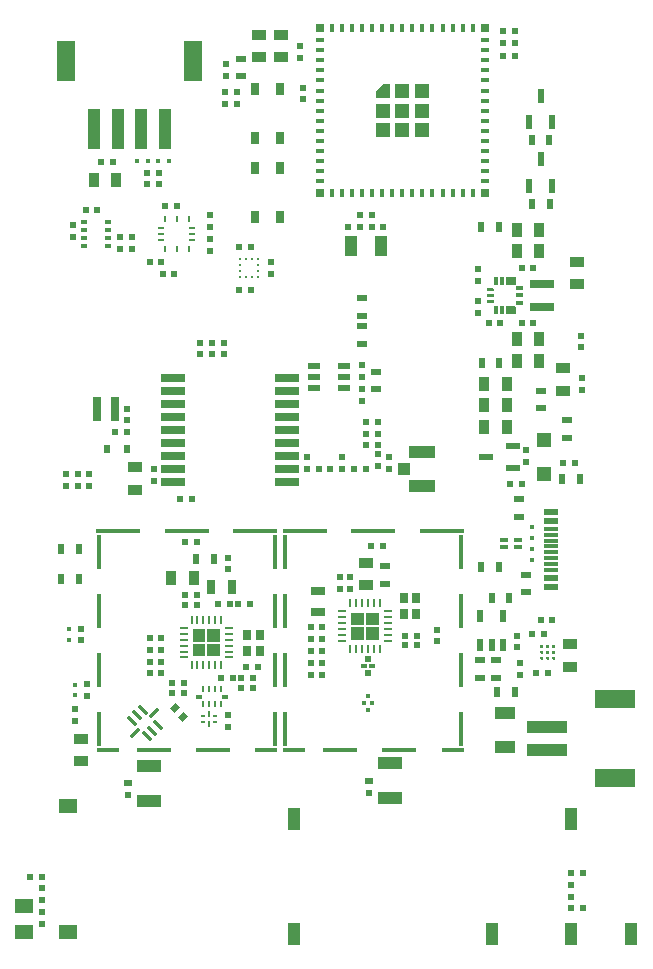
<source format=gtp>
G04*
G04 #@! TF.GenerationSoftware,Altium Limited,Altium Designer,23.4.1 (23)*
G04*
G04 Layer_Color=8421504*
%FSLAX44Y44*%
%MOMM*%
G71*
G04*
G04 #@! TF.SameCoordinates,B80EE6FD-DE0C-41A8-97C9-53CED130240B*
G04*
G04*
G04 #@! TF.FilePolarity,Positive*
G04*
G01*
G75*
%ADD21R,0.2500X0.5000*%
%ADD22R,0.5000X0.2500*%
%ADD23R,1.0000X1.8000*%
%ADD24R,1.0000X1.9500*%
%ADD25R,1.5000X1.2000*%
%ADD26R,1.1500X0.6000*%
%ADD27R,1.1500X0.3000*%
%ADD28R,0.6500X1.0500*%
%ADD29R,0.6000X0.5000*%
%ADD30R,1.0000X0.6000*%
%ADD31R,0.6000X1.0000*%
%ADD32R,0.4000X0.3000*%
%ADD33R,0.6000X0.8000*%
%ADD34R,1.2000X1.2000*%
%ADD35R,1.2000X1.2000*%
%ADD36R,2.0000X0.7000*%
%ADD37R,2.9000X0.4000*%
%ADD38R,0.4000X2.9000*%
%ADD39R,3.7000X0.4000*%
%ADD40R,1.9000X0.4000*%
%ADD41R,2.8718X0.4000*%
%ADD42R,1.8558X0.4000*%
%ADD43R,0.7000X2.0000*%
%ADD44R,1.3000X0.9000*%
%ADD45R,0.9000X0.5000*%
%ADD46O,0.8000X0.2500*%
%ADD47O,0.2500X0.8000*%
%ADD48R,0.2000X0.6000*%
%ADD49R,0.4000X0.2000*%
%ADD50R,0.7500X0.8500*%
G04:AMPARAMS|DCode=51|XSize=0.35mm|YSize=1mm|CornerRadius=0mm|HoleSize=0mm|Usage=FLASHONLY|Rotation=315.000|XOffset=0mm|YOffset=0mm|HoleType=Round|Shape=Rectangle|*
%AMROTATEDRECTD51*
4,1,4,-0.4773,-0.2298,0.2298,0.4773,0.4773,0.2298,-0.2298,-0.4773,-0.4773,-0.2298,0.0*
%
%ADD51ROTATEDRECTD51*%

G04:AMPARAMS|DCode=52|XSize=0.35mm|YSize=1mm|CornerRadius=0mm|HoleSize=0mm|Usage=FLASHONLY|Rotation=225.000|XOffset=0mm|YOffset=0mm|HoleType=Round|Shape=Rectangle|*
%AMROTATEDRECTD52*
4,1,4,-0.2298,0.4773,0.4773,-0.2298,0.2298,-0.4773,-0.4773,0.2298,-0.2298,0.4773,0.0*
%
%ADD52ROTATEDRECTD52*%

%ADD53R,0.5000X0.3500*%
%ADD54R,0.2750X0.2500*%
%ADD55R,0.2500X0.2750*%
%ADD56R,2.0000X0.8000*%
%ADD57R,0.8000X1.2000*%
%ADD58R,0.6000X0.9000*%
%ADD59R,0.4500X0.3000*%
%ADD60R,0.3000X0.4500*%
%ADD61R,0.5500X0.5500*%
%ADD62R,0.5000X0.3000*%
%ADD63R,1.5000X3.4000*%
%ADD64R,1.0000X3.5000*%
%ADD65R,3.4000X1.5000*%
%ADD66R,3.5000X1.0000*%
%ADD67R,0.6000X0.3000*%
%ADD68R,0.2500X0.5000*%
%ADD69R,1.8000X1.0000*%
%ADD70R,0.5000X0.5000*%
%ADD71R,0.8000X0.8000*%
%ADD72R,0.8000X0.4000*%
%ADD73R,0.4000X0.8000*%
%ADD74R,0.7000X0.3000*%
%ADD75R,1.0500X1.0000*%
%ADD76R,2.2000X1.0500*%
%ADD77R,0.7000X0.6000*%
%ADD78R,2.1336X1.0500*%
%ADD79R,0.9000X1.3000*%
%ADD80R,0.5000X0.6000*%
%ADD81R,0.3000X0.4000*%
%ADD82R,0.5000X0.9000*%
%ADD83R,0.9000X0.6000*%
%ADD84R,0.6000X1.1500*%
%ADD85R,1.2000X0.8000*%
G04:AMPARAMS|DCode=86|XSize=0.5mm|YSize=0.6mm|CornerRadius=0mm|HoleSize=0mm|Usage=FLASHONLY|Rotation=135.000|XOffset=0mm|YOffset=0mm|HoleType=Round|Shape=Rectangle|*
%AMROTATEDRECTD86*
4,1,4,0.3889,0.0354,-0.0354,-0.3889,-0.3889,-0.0354,0.0354,0.3889,0.3889,0.0354,0.0*
%
%ADD86ROTATEDRECTD86*%

G36*
X80500Y300000D02*
X68500D01*
X68500Y306000D01*
X74500Y312000D01*
X80500D01*
Y300000D01*
D02*
G37*
G36*
X187000Y142830D02*
X185990Y142250D01*
X179000D01*
Y148500D01*
X187000D01*
Y142830D01*
D02*
G37*
G36*
X177000Y142250D02*
X174000D01*
Y148500D01*
X177000D01*
Y142250D01*
D02*
G37*
G36*
X172000D02*
X169000D01*
Y148500D01*
X172000D01*
Y142250D01*
D02*
G37*
G36*
X193500Y137750D02*
X187250D01*
Y140670D01*
X188260Y141250D01*
X193500D01*
Y137750D01*
D02*
G37*
G36*
X168750Y138150D02*
Y136500D01*
X162500D01*
Y139500D01*
X167400D01*
X168750Y138150D01*
D02*
G37*
G36*
Y131500D02*
X162500D01*
Y134500D01*
X168750D01*
Y131500D01*
D02*
G37*
G36*
X193500Y131250D02*
X187250D01*
Y134750D01*
X193500D01*
Y131250D01*
D02*
G37*
G36*
X168750Y126500D02*
X162500D01*
Y129500D01*
X168750D01*
Y126500D01*
D02*
G37*
G36*
X193500Y124750D02*
X188260D01*
X187250Y125330D01*
Y128250D01*
X193500D01*
Y124750D01*
D02*
G37*
G36*
X187000Y123170D02*
Y117500D01*
X179000D01*
Y123750D01*
X185990D01*
X187000Y123170D01*
D02*
G37*
G36*
X177000Y117500D02*
X174000D01*
Y123750D01*
X177000D01*
Y117500D01*
D02*
G37*
G36*
X172000D02*
X169000D01*
Y123750D01*
X172000D01*
Y117500D01*
D02*
G37*
G36*
X70813Y-146251D02*
X60063D01*
Y-135501D01*
X70813D01*
X70813Y-146251D01*
D02*
G37*
G36*
X58563D02*
X47813D01*
X47813Y-135501D01*
X58563D01*
Y-146251D01*
D02*
G37*
G36*
X70813Y-158501D02*
X60063D01*
Y-147751D01*
X70813D01*
X70813Y-158501D01*
D02*
G37*
G36*
X58563D02*
X47813D01*
X47813Y-147751D01*
X58563D01*
Y-158501D01*
D02*
G37*
G36*
X-63500Y-160250D02*
X-74250D01*
Y-149500D01*
X-63500D01*
X-63500Y-160250D01*
D02*
G37*
G36*
X-75750D02*
X-86500D01*
X-86500Y-149500D01*
X-75750D01*
Y-160250D01*
D02*
G37*
G36*
X219776Y-162751D02*
X219802Y-162753D01*
X219828Y-162756D01*
X219854Y-162761D01*
X219879Y-162767D01*
X219904Y-162775D01*
X219929Y-162783D01*
X219953Y-162793D01*
X219977Y-162805D01*
X220000Y-162817D01*
X220022Y-162831D01*
X220044Y-162845D01*
X220065Y-162861D01*
X220084Y-162878D01*
X220103Y-162896D01*
X220122Y-162915D01*
X220138Y-162935D01*
X220154Y-162956D01*
X220169Y-162978D01*
X220183Y-163000D01*
X220196Y-163023D01*
X220207Y-163047D01*
X220217Y-163071D01*
X220226Y-163095D01*
X220233Y-163121D01*
X220239Y-163146D01*
X220244Y-163172D01*
X220247Y-163198D01*
X220249Y-163224D01*
X220250Y-163250D01*
Y-164750D01*
X220249Y-164776D01*
X220247Y-164802D01*
X220244Y-164828D01*
X220239Y-164854D01*
X220233Y-164879D01*
X220226Y-164904D01*
X220217Y-164929D01*
X220207Y-164953D01*
X220196Y-164977D01*
X220183Y-165000D01*
X220169Y-165022D01*
X220154Y-165044D01*
X220138Y-165065D01*
X220122Y-165085D01*
X220103Y-165104D01*
X220084Y-165122D01*
X220065Y-165139D01*
X220044Y-165154D01*
X220022Y-165169D01*
X220000Y-165183D01*
X219977Y-165196D01*
X219953Y-165207D01*
X219929Y-165217D01*
X219904Y-165226D01*
X219879Y-165233D01*
X219854Y-165239D01*
X219828Y-165244D01*
X219802Y-165247D01*
X219776Y-165249D01*
X219750Y-165250D01*
X218250D01*
X218224Y-165249D01*
X218198Y-165247D01*
X218172Y-165244D01*
X218146Y-165239D01*
X218121Y-165233D01*
X218095Y-165226D01*
X218071Y-165217D01*
X218047Y-165207D01*
X218023Y-165196D01*
X218000Y-165183D01*
X217978Y-165169D01*
X217956Y-165154D01*
X217935Y-165139D01*
X217915Y-165122D01*
X217896Y-165104D01*
X217878Y-165085D01*
X217861Y-165065D01*
X217845Y-165044D01*
X217831Y-165022D01*
X217817Y-165000D01*
X217805Y-164977D01*
X217793Y-164953D01*
X217783Y-164929D01*
X217774Y-164904D01*
X217767Y-164879D01*
X217761Y-164854D01*
X217756Y-164828D01*
X217753Y-164802D01*
X217751Y-164776D01*
X217750Y-164750D01*
Y-163250D01*
X217751Y-163224D01*
X217753Y-163198D01*
X217756Y-163172D01*
X217761Y-163146D01*
X217767Y-163121D01*
X217774Y-163095D01*
X217783Y-163071D01*
X217793Y-163047D01*
X217805Y-163023D01*
X217817Y-163000D01*
X217831Y-162978D01*
X217845Y-162956D01*
X217861Y-162935D01*
X217878Y-162915D01*
X217896Y-162896D01*
X217915Y-162878D01*
X217935Y-162861D01*
X217956Y-162845D01*
X217978Y-162831D01*
X218000Y-162817D01*
X218023Y-162805D01*
X218047Y-162793D01*
X218071Y-162783D01*
X218095Y-162775D01*
X218121Y-162767D01*
X218146Y-162761D01*
X218172Y-162756D01*
X218198Y-162753D01*
X218224Y-162751D01*
X218250Y-162750D01*
X219750D01*
X219776Y-162751D01*
D02*
G37*
G36*
X214776D02*
X214802Y-162753D01*
X214828Y-162756D01*
X214854Y-162761D01*
X214879Y-162767D01*
X214904Y-162775D01*
X214929Y-162783D01*
X214953Y-162793D01*
X214977Y-162805D01*
X215000Y-162817D01*
X215022Y-162831D01*
X215044Y-162845D01*
X215065Y-162861D01*
X215084Y-162878D01*
X215103Y-162896D01*
X215121Y-162915D01*
X215139Y-162935D01*
X215154Y-162956D01*
X215169Y-162978D01*
X215183Y-163000D01*
X215196Y-163023D01*
X215207Y-163047D01*
X215217Y-163071D01*
X215226Y-163095D01*
X215233Y-163121D01*
X215239Y-163146D01*
X215244Y-163172D01*
X215247Y-163198D01*
X215249Y-163224D01*
X215250Y-163250D01*
Y-164750D01*
X215249Y-164776D01*
X215247Y-164802D01*
X215244Y-164828D01*
X215239Y-164854D01*
X215233Y-164879D01*
X215226Y-164904D01*
X215217Y-164929D01*
X215207Y-164953D01*
X215196Y-164977D01*
X215183Y-165000D01*
X215169Y-165022D01*
X215154Y-165044D01*
X215139Y-165065D01*
X215121Y-165085D01*
X215103Y-165104D01*
X215084Y-165122D01*
X215065Y-165139D01*
X215044Y-165154D01*
X215022Y-165169D01*
X215000Y-165183D01*
X214977Y-165196D01*
X214953Y-165207D01*
X214929Y-165217D01*
X214904Y-165226D01*
X214879Y-165233D01*
X214854Y-165239D01*
X214828Y-165244D01*
X214802Y-165247D01*
X214776Y-165249D01*
X214750Y-165250D01*
X213250D01*
X213224Y-165249D01*
X213198Y-165247D01*
X213172Y-165244D01*
X213146Y-165239D01*
X213121Y-165233D01*
X213095Y-165226D01*
X213071Y-165217D01*
X213047Y-165207D01*
X213023Y-165196D01*
X213000Y-165183D01*
X212978Y-165169D01*
X212956Y-165154D01*
X212935Y-165139D01*
X212915Y-165122D01*
X212896Y-165104D01*
X212878Y-165085D01*
X212861Y-165065D01*
X212845Y-165044D01*
X212831Y-165022D01*
X212817Y-165000D01*
X212805Y-164977D01*
X212793Y-164953D01*
X212783Y-164929D01*
X212775Y-164904D01*
X212767Y-164879D01*
X212761Y-164854D01*
X212756Y-164828D01*
X212753Y-164802D01*
X212751Y-164776D01*
X212750Y-164750D01*
Y-163250D01*
X212751Y-163224D01*
X212753Y-163198D01*
X212756Y-163172D01*
X212761Y-163146D01*
X212767Y-163121D01*
X212775Y-163095D01*
X212783Y-163071D01*
X212793Y-163047D01*
X212805Y-163023D01*
X212817Y-163000D01*
X212831Y-162978D01*
X212845Y-162956D01*
X212861Y-162935D01*
X212878Y-162915D01*
X212896Y-162896D01*
X212915Y-162878D01*
X212935Y-162861D01*
X212956Y-162845D01*
X212978Y-162831D01*
X213000Y-162817D01*
X213023Y-162805D01*
X213047Y-162793D01*
X213071Y-162783D01*
X213095Y-162775D01*
X213121Y-162767D01*
X213146Y-162761D01*
X213172Y-162756D01*
X213198Y-162753D01*
X213224Y-162751D01*
X213250Y-162750D01*
X214750D01*
X214776Y-162751D01*
D02*
G37*
G36*
X209776D02*
X209802Y-162753D01*
X209828Y-162756D01*
X209854Y-162761D01*
X209879Y-162767D01*
X209904Y-162775D01*
X209929Y-162783D01*
X209953Y-162793D01*
X209977Y-162805D01*
X210000Y-162817D01*
X210022Y-162831D01*
X210044Y-162845D01*
X210065Y-162861D01*
X210084Y-162878D01*
X210103Y-162896D01*
X210122Y-162915D01*
X210138Y-162935D01*
X210154Y-162956D01*
X210169Y-162978D01*
X210183Y-163000D01*
X210196Y-163023D01*
X210207Y-163047D01*
X210217Y-163071D01*
X210226Y-163095D01*
X210233Y-163121D01*
X210239Y-163146D01*
X210244Y-163172D01*
X210247Y-163198D01*
X210249Y-163224D01*
X210250Y-163250D01*
Y-164750D01*
X210249Y-164776D01*
X210247Y-164802D01*
X210244Y-164828D01*
X210239Y-164854D01*
X210233Y-164879D01*
X210226Y-164904D01*
X210217Y-164929D01*
X210207Y-164953D01*
X210196Y-164977D01*
X210183Y-165000D01*
X210169Y-165022D01*
X210154Y-165044D01*
X210138Y-165065D01*
X210122Y-165085D01*
X210103Y-165104D01*
X210084Y-165122D01*
X210065Y-165139D01*
X210044Y-165154D01*
X210022Y-165169D01*
X210000Y-165183D01*
X209977Y-165196D01*
X209953Y-165207D01*
X209929Y-165217D01*
X209904Y-165226D01*
X209879Y-165233D01*
X209854Y-165239D01*
X209828Y-165244D01*
X209802Y-165247D01*
X209776Y-165249D01*
X209750Y-165250D01*
X208250D01*
X208224Y-165249D01*
X208198Y-165247D01*
X208172Y-165244D01*
X208146Y-165239D01*
X208121Y-165233D01*
X208095Y-165226D01*
X208071Y-165217D01*
X208047Y-165207D01*
X208023Y-165196D01*
X208000Y-165183D01*
X207978Y-165169D01*
X207956Y-165154D01*
X207935Y-165139D01*
X207915Y-165122D01*
X207896Y-165104D01*
X207878Y-165085D01*
X207861Y-165065D01*
X207845Y-165044D01*
X207831Y-165022D01*
X207817Y-165000D01*
X207805Y-164977D01*
X207793Y-164953D01*
X207783Y-164929D01*
X207774Y-164904D01*
X207767Y-164879D01*
X207761Y-164854D01*
X207756Y-164828D01*
X207753Y-164802D01*
X207751Y-164776D01*
X207750Y-164750D01*
Y-163250D01*
X207751Y-163224D01*
X207753Y-163198D01*
X207756Y-163172D01*
X207761Y-163146D01*
X207767Y-163121D01*
X207774Y-163095D01*
X207783Y-163071D01*
X207793Y-163047D01*
X207805Y-163023D01*
X207817Y-163000D01*
X207831Y-162978D01*
X207845Y-162956D01*
X207861Y-162935D01*
X207878Y-162915D01*
X207896Y-162896D01*
X207915Y-162878D01*
X207935Y-162861D01*
X207956Y-162845D01*
X207978Y-162831D01*
X208000Y-162817D01*
X208023Y-162805D01*
X208047Y-162793D01*
X208071Y-162783D01*
X208095Y-162775D01*
X208121Y-162767D01*
X208146Y-162761D01*
X208172Y-162756D01*
X208198Y-162753D01*
X208224Y-162751D01*
X208250Y-162750D01*
X209750D01*
X209776Y-162751D01*
D02*
G37*
G36*
X219776Y-167751D02*
X219802Y-167753D01*
X219828Y-167756D01*
X219854Y-167761D01*
X219879Y-167767D01*
X219904Y-167775D01*
X219929Y-167783D01*
X219953Y-167793D01*
X219977Y-167805D01*
X220000Y-167817D01*
X220022Y-167831D01*
X220044Y-167845D01*
X220065Y-167861D01*
X220084Y-167878D01*
X220103Y-167896D01*
X220122Y-167915D01*
X220138Y-167935D01*
X220154Y-167956D01*
X220169Y-167978D01*
X220183Y-168000D01*
X220196Y-168023D01*
X220207Y-168047D01*
X220217Y-168071D01*
X220226Y-168095D01*
X220233Y-168121D01*
X220239Y-168146D01*
X220244Y-168172D01*
X220247Y-168198D01*
X220249Y-168224D01*
X220250Y-168250D01*
Y-169750D01*
X220249Y-169776D01*
X220247Y-169802D01*
X220244Y-169828D01*
X220239Y-169854D01*
X220233Y-169879D01*
X220226Y-169904D01*
X220217Y-169929D01*
X220207Y-169953D01*
X220196Y-169977D01*
X220183Y-170000D01*
X220169Y-170022D01*
X220154Y-170044D01*
X220138Y-170065D01*
X220122Y-170084D01*
X220103Y-170103D01*
X220084Y-170122D01*
X220065Y-170139D01*
X220044Y-170154D01*
X220022Y-170169D01*
X220000Y-170183D01*
X219977Y-170196D01*
X219953Y-170207D01*
X219929Y-170217D01*
X219904Y-170226D01*
X219879Y-170233D01*
X219854Y-170239D01*
X219828Y-170244D01*
X219802Y-170247D01*
X219776Y-170249D01*
X219750Y-170250D01*
X218250D01*
X218224Y-170249D01*
X218198Y-170247D01*
X218172Y-170244D01*
X218146Y-170239D01*
X218121Y-170233D01*
X218095Y-170226D01*
X218071Y-170217D01*
X218047Y-170207D01*
X218023Y-170196D01*
X218000Y-170183D01*
X217978Y-170169D01*
X217956Y-170154D01*
X217935Y-170139D01*
X217915Y-170122D01*
X217896Y-170103D01*
X217878Y-170084D01*
X217861Y-170065D01*
X217845Y-170044D01*
X217831Y-170022D01*
X217817Y-170000D01*
X217805Y-169977D01*
X217793Y-169953D01*
X217783Y-169929D01*
X217774Y-169904D01*
X217767Y-169879D01*
X217761Y-169854D01*
X217756Y-169828D01*
X217753Y-169802D01*
X217751Y-169776D01*
X217750Y-169750D01*
Y-168250D01*
X217751Y-168224D01*
X217753Y-168198D01*
X217756Y-168172D01*
X217761Y-168146D01*
X217767Y-168121D01*
X217774Y-168095D01*
X217783Y-168071D01*
X217793Y-168047D01*
X217805Y-168023D01*
X217817Y-168000D01*
X217831Y-167978D01*
X217845Y-167956D01*
X217861Y-167935D01*
X217878Y-167915D01*
X217896Y-167896D01*
X217915Y-167878D01*
X217935Y-167861D01*
X217956Y-167845D01*
X217978Y-167831D01*
X218000Y-167817D01*
X218023Y-167805D01*
X218047Y-167793D01*
X218071Y-167783D01*
X218095Y-167775D01*
X218121Y-167767D01*
X218146Y-167761D01*
X218172Y-167756D01*
X218198Y-167753D01*
X218224Y-167751D01*
X218250Y-167750D01*
X219750D01*
X219776Y-167751D01*
D02*
G37*
G36*
X214776D02*
X214802Y-167753D01*
X214828Y-167756D01*
X214854Y-167761D01*
X214879Y-167767D01*
X214904Y-167775D01*
X214929Y-167783D01*
X214953Y-167793D01*
X214977Y-167805D01*
X215000Y-167817D01*
X215022Y-167831D01*
X215044Y-167845D01*
X215065Y-167861D01*
X215084Y-167878D01*
X215103Y-167896D01*
X215121Y-167915D01*
X215139Y-167935D01*
X215154Y-167956D01*
X215169Y-167978D01*
X215183Y-168000D01*
X215196Y-168023D01*
X215207Y-168047D01*
X215217Y-168071D01*
X215226Y-168095D01*
X215233Y-168121D01*
X215239Y-168146D01*
X215244Y-168172D01*
X215247Y-168198D01*
X215249Y-168224D01*
X215250Y-168250D01*
Y-169750D01*
X215249Y-169776D01*
X215247Y-169802D01*
X215244Y-169828D01*
X215239Y-169854D01*
X215233Y-169879D01*
X215226Y-169904D01*
X215217Y-169929D01*
X215207Y-169953D01*
X215196Y-169977D01*
X215183Y-170000D01*
X215169Y-170022D01*
X215154Y-170044D01*
X215139Y-170065D01*
X215121Y-170084D01*
X215103Y-170103D01*
X215084Y-170122D01*
X215065Y-170139D01*
X215044Y-170154D01*
X215022Y-170169D01*
X215000Y-170183D01*
X214977Y-170196D01*
X214953Y-170207D01*
X214929Y-170217D01*
X214904Y-170226D01*
X214879Y-170233D01*
X214854Y-170239D01*
X214828Y-170244D01*
X214802Y-170247D01*
X214776Y-170249D01*
X214750Y-170250D01*
X213250D01*
X213224Y-170249D01*
X213198Y-170247D01*
X213172Y-170244D01*
X213146Y-170239D01*
X213121Y-170233D01*
X213095Y-170226D01*
X213071Y-170217D01*
X213047Y-170207D01*
X213023Y-170196D01*
X213000Y-170183D01*
X212978Y-170169D01*
X212956Y-170154D01*
X212935Y-170139D01*
X212915Y-170122D01*
X212896Y-170103D01*
X212878Y-170084D01*
X212861Y-170065D01*
X212845Y-170044D01*
X212831Y-170022D01*
X212817Y-170000D01*
X212805Y-169977D01*
X212793Y-169953D01*
X212783Y-169929D01*
X212775Y-169904D01*
X212767Y-169879D01*
X212761Y-169854D01*
X212756Y-169828D01*
X212753Y-169802D01*
X212751Y-169776D01*
X212750Y-169750D01*
Y-168250D01*
X212751Y-168224D01*
X212753Y-168198D01*
X212756Y-168172D01*
X212761Y-168146D01*
X212767Y-168121D01*
X212775Y-168095D01*
X212783Y-168071D01*
X212793Y-168047D01*
X212805Y-168023D01*
X212817Y-168000D01*
X212831Y-167978D01*
X212845Y-167956D01*
X212861Y-167935D01*
X212878Y-167915D01*
X212896Y-167896D01*
X212915Y-167878D01*
X212935Y-167861D01*
X212956Y-167845D01*
X212978Y-167831D01*
X213000Y-167817D01*
X213023Y-167805D01*
X213047Y-167793D01*
X213071Y-167783D01*
X213095Y-167775D01*
X213121Y-167767D01*
X213146Y-167761D01*
X213172Y-167756D01*
X213198Y-167753D01*
X213224Y-167751D01*
X213250Y-167750D01*
X214750D01*
X214776Y-167751D01*
D02*
G37*
G36*
X209776D02*
X209802Y-167753D01*
X209828Y-167756D01*
X209854Y-167761D01*
X209879Y-167767D01*
X209904Y-167775D01*
X209929Y-167783D01*
X209953Y-167793D01*
X209977Y-167805D01*
X210000Y-167817D01*
X210022Y-167831D01*
X210044Y-167845D01*
X210065Y-167861D01*
X210084Y-167878D01*
X210103Y-167896D01*
X210122Y-167915D01*
X210138Y-167935D01*
X210154Y-167956D01*
X210169Y-167978D01*
X210183Y-168000D01*
X210196Y-168023D01*
X210207Y-168047D01*
X210217Y-168071D01*
X210226Y-168095D01*
X210233Y-168121D01*
X210239Y-168146D01*
X210244Y-168172D01*
X210247Y-168198D01*
X210249Y-168224D01*
X210250Y-168250D01*
Y-169750D01*
X210249Y-169776D01*
X210247Y-169802D01*
X210244Y-169828D01*
X210239Y-169854D01*
X210233Y-169879D01*
X210226Y-169904D01*
X210217Y-169929D01*
X210207Y-169953D01*
X210196Y-169977D01*
X210183Y-170000D01*
X210169Y-170022D01*
X210154Y-170044D01*
X210138Y-170065D01*
X210122Y-170084D01*
X210103Y-170103D01*
X210084Y-170122D01*
X210065Y-170139D01*
X210044Y-170154D01*
X210022Y-170169D01*
X210000Y-170183D01*
X209977Y-170196D01*
X209953Y-170207D01*
X209929Y-170217D01*
X209904Y-170226D01*
X209879Y-170233D01*
X209854Y-170239D01*
X209828Y-170244D01*
X209802Y-170247D01*
X209776Y-170249D01*
X209750Y-170250D01*
X208250D01*
X208224Y-170249D01*
X208198Y-170247D01*
X208172Y-170244D01*
X208146Y-170239D01*
X208121Y-170233D01*
X208095Y-170226D01*
X208071Y-170217D01*
X208047Y-170207D01*
X208023Y-170196D01*
X208000Y-170183D01*
X207978Y-170169D01*
X207956Y-170154D01*
X207935Y-170139D01*
X207915Y-170122D01*
X207896Y-170103D01*
X207878Y-170084D01*
X207861Y-170065D01*
X207845Y-170044D01*
X207831Y-170022D01*
X207817Y-170000D01*
X207805Y-169977D01*
X207793Y-169953D01*
X207783Y-169929D01*
X207774Y-169904D01*
X207767Y-169879D01*
X207761Y-169854D01*
X207756Y-169828D01*
X207753Y-169802D01*
X207751Y-169776D01*
X207750Y-169750D01*
Y-168250D01*
X207751Y-168224D01*
X207753Y-168198D01*
X207756Y-168172D01*
X207761Y-168146D01*
X207767Y-168121D01*
X207774Y-168095D01*
X207783Y-168071D01*
X207793Y-168047D01*
X207805Y-168023D01*
X207817Y-168000D01*
X207831Y-167978D01*
X207845Y-167956D01*
X207861Y-167935D01*
X207878Y-167915D01*
X207896Y-167896D01*
X207915Y-167878D01*
X207935Y-167861D01*
X207956Y-167845D01*
X207978Y-167831D01*
X208000Y-167817D01*
X208023Y-167805D01*
X208047Y-167793D01*
X208071Y-167783D01*
X208095Y-167775D01*
X208121Y-167767D01*
X208146Y-167761D01*
X208172Y-167756D01*
X208198Y-167753D01*
X208224Y-167751D01*
X208250Y-167750D01*
X209750D01*
X209776Y-167751D01*
D02*
G37*
G36*
X-63500Y-172500D02*
X-74250D01*
Y-161750D01*
X-63500D01*
X-63500Y-172500D01*
D02*
G37*
G36*
X-75750D02*
X-86500D01*
X-86500Y-161750D01*
X-75750D01*
Y-172500D01*
D02*
G37*
G36*
X219776Y-172751D02*
X219802Y-172753D01*
X219828Y-172756D01*
X219854Y-172761D01*
X219879Y-172767D01*
X219904Y-172775D01*
X219929Y-172783D01*
X219953Y-172793D01*
X219977Y-172805D01*
X220000Y-172817D01*
X220022Y-172831D01*
X220044Y-172845D01*
X220065Y-172861D01*
X220084Y-172878D01*
X220103Y-172896D01*
X220122Y-172915D01*
X220138Y-172935D01*
X220154Y-172956D01*
X220169Y-172978D01*
X220183Y-173000D01*
X220196Y-173023D01*
X220207Y-173047D01*
X220217Y-173071D01*
X220226Y-173095D01*
X220233Y-173121D01*
X220239Y-173146D01*
X220244Y-173172D01*
X220247Y-173198D01*
X220249Y-173224D01*
X220250Y-173250D01*
Y-174750D01*
X220249Y-174776D01*
X220247Y-174802D01*
X220244Y-174828D01*
X220239Y-174854D01*
X220233Y-174879D01*
X220226Y-174904D01*
X220217Y-174929D01*
X220207Y-174953D01*
X220196Y-174977D01*
X220183Y-175000D01*
X220169Y-175022D01*
X220154Y-175044D01*
X220138Y-175065D01*
X220122Y-175085D01*
X220103Y-175103D01*
X220084Y-175122D01*
X220065Y-175139D01*
X220044Y-175154D01*
X220022Y-175169D01*
X220000Y-175183D01*
X219977Y-175196D01*
X219953Y-175207D01*
X219929Y-175217D01*
X219904Y-175226D01*
X219879Y-175233D01*
X219854Y-175239D01*
X219828Y-175244D01*
X219802Y-175247D01*
X219776Y-175249D01*
X219750Y-175250D01*
X218250D01*
X218224Y-175249D01*
X218198Y-175247D01*
X218172Y-175244D01*
X218146Y-175239D01*
X218121Y-175233D01*
X218095Y-175226D01*
X218071Y-175217D01*
X218047Y-175207D01*
X218023Y-175196D01*
X218000Y-175183D01*
X217978Y-175169D01*
X217956Y-175154D01*
X217935Y-175139D01*
X217915Y-175122D01*
X217896Y-175103D01*
X217878Y-175085D01*
X217861Y-175065D01*
X217845Y-175044D01*
X217831Y-175022D01*
X217817Y-175000D01*
X217805Y-174977D01*
X217793Y-174953D01*
X217783Y-174929D01*
X217774Y-174904D01*
X217767Y-174879D01*
X217761Y-174854D01*
X217756Y-174828D01*
X217753Y-174802D01*
X217751Y-174776D01*
X217750Y-174750D01*
Y-173250D01*
X217751Y-173224D01*
X217753Y-173198D01*
X217756Y-173172D01*
X217761Y-173146D01*
X217767Y-173121D01*
X217774Y-173095D01*
X217783Y-173071D01*
X217793Y-173047D01*
X217805Y-173023D01*
X217817Y-173000D01*
X217831Y-172978D01*
X217845Y-172956D01*
X217861Y-172935D01*
X217878Y-172915D01*
X217896Y-172896D01*
X217915Y-172878D01*
X217935Y-172861D01*
X217956Y-172845D01*
X217978Y-172831D01*
X218000Y-172817D01*
X218023Y-172805D01*
X218047Y-172793D01*
X218071Y-172783D01*
X218095Y-172775D01*
X218121Y-172767D01*
X218146Y-172761D01*
X218172Y-172756D01*
X218198Y-172753D01*
X218224Y-172751D01*
X218250Y-172750D01*
X219750D01*
X219776Y-172751D01*
D02*
G37*
G36*
X214776D02*
X214802Y-172753D01*
X214828Y-172756D01*
X214854Y-172761D01*
X214879Y-172767D01*
X214904Y-172775D01*
X214929Y-172783D01*
X214953Y-172793D01*
X214977Y-172805D01*
X215000Y-172817D01*
X215022Y-172831D01*
X215044Y-172845D01*
X215065Y-172861D01*
X215084Y-172878D01*
X215103Y-172896D01*
X215121Y-172915D01*
X215139Y-172935D01*
X215154Y-172956D01*
X215169Y-172978D01*
X215183Y-173000D01*
X215196Y-173023D01*
X215207Y-173047D01*
X215217Y-173071D01*
X215226Y-173095D01*
X215233Y-173121D01*
X215239Y-173146D01*
X215244Y-173172D01*
X215247Y-173198D01*
X215249Y-173224D01*
X215250Y-173250D01*
Y-174750D01*
X215249Y-174776D01*
X215247Y-174802D01*
X215244Y-174828D01*
X215239Y-174854D01*
X215233Y-174879D01*
X215226Y-174904D01*
X215217Y-174929D01*
X215207Y-174953D01*
X215196Y-174977D01*
X215183Y-175000D01*
X215169Y-175022D01*
X215154Y-175044D01*
X215139Y-175065D01*
X215121Y-175085D01*
X215103Y-175103D01*
X215084Y-175122D01*
X215065Y-175139D01*
X215044Y-175154D01*
X215022Y-175169D01*
X215000Y-175183D01*
X214977Y-175196D01*
X214953Y-175207D01*
X214929Y-175217D01*
X214904Y-175226D01*
X214879Y-175233D01*
X214854Y-175239D01*
X214828Y-175244D01*
X214802Y-175247D01*
X214776Y-175249D01*
X214750Y-175250D01*
X213250D01*
X213224Y-175249D01*
X213198Y-175247D01*
X213172Y-175244D01*
X213146Y-175239D01*
X213121Y-175233D01*
X213095Y-175226D01*
X213071Y-175217D01*
X213047Y-175207D01*
X213023Y-175196D01*
X213000Y-175183D01*
X212978Y-175169D01*
X212956Y-175154D01*
X212935Y-175139D01*
X212915Y-175122D01*
X212896Y-175103D01*
X212878Y-175085D01*
X212861Y-175065D01*
X212845Y-175044D01*
X212831Y-175022D01*
X212817Y-175000D01*
X212805Y-174977D01*
X212793Y-174953D01*
X212783Y-174929D01*
X212775Y-174904D01*
X212767Y-174879D01*
X212761Y-174854D01*
X212756Y-174828D01*
X212753Y-174802D01*
X212751Y-174776D01*
X212750Y-174750D01*
Y-173250D01*
X212751Y-173224D01*
X212753Y-173198D01*
X212756Y-173172D01*
X212761Y-173146D01*
X212767Y-173121D01*
X212775Y-173095D01*
X212783Y-173071D01*
X212793Y-173047D01*
X212805Y-173023D01*
X212817Y-173000D01*
X212831Y-172978D01*
X212845Y-172956D01*
X212861Y-172935D01*
X212878Y-172915D01*
X212896Y-172896D01*
X212915Y-172878D01*
X212935Y-172861D01*
X212956Y-172845D01*
X212978Y-172831D01*
X213000Y-172817D01*
X213023Y-172805D01*
X213047Y-172793D01*
X213071Y-172783D01*
X213095Y-172775D01*
X213121Y-172767D01*
X213146Y-172761D01*
X213172Y-172756D01*
X213198Y-172753D01*
X213224Y-172751D01*
X213250Y-172750D01*
X214750D01*
X214776Y-172751D01*
D02*
G37*
G36*
X209776D02*
X209802Y-172753D01*
X209828Y-172756D01*
X209854Y-172761D01*
X209879Y-172767D01*
X209904Y-172775D01*
X209929Y-172783D01*
X209953Y-172793D01*
X209977Y-172805D01*
X210000Y-172817D01*
X210022Y-172831D01*
X210044Y-172845D01*
X210065Y-172861D01*
X210084Y-172878D01*
X210103Y-172896D01*
X210122Y-172915D01*
X210138Y-172935D01*
X210154Y-172956D01*
X210169Y-172978D01*
X210183Y-173000D01*
X210196Y-173023D01*
X210207Y-173047D01*
X210217Y-173071D01*
X210226Y-173095D01*
X210233Y-173121D01*
X210239Y-173146D01*
X210244Y-173172D01*
X210247Y-173198D01*
X210249Y-173224D01*
X210250Y-173250D01*
Y-174750D01*
X210249Y-174776D01*
X210247Y-174802D01*
X210244Y-174828D01*
X210239Y-174854D01*
X210233Y-174879D01*
X210226Y-174904D01*
X210217Y-174929D01*
X210207Y-174953D01*
X210196Y-174977D01*
X210183Y-175000D01*
X210169Y-175022D01*
X210154Y-175044D01*
X210138Y-175065D01*
X210122Y-175085D01*
X210103Y-175103D01*
X210084Y-175122D01*
X210065Y-175139D01*
X210044Y-175154D01*
X210022Y-175169D01*
X210000Y-175183D01*
X209977Y-175196D01*
X209953Y-175207D01*
X209929Y-175217D01*
X209904Y-175226D01*
X209879Y-175233D01*
X209854Y-175239D01*
X209828Y-175244D01*
X209802Y-175247D01*
X209776Y-175249D01*
X209750Y-175250D01*
X208250D01*
X208224Y-175249D01*
X208198Y-175247D01*
X208172Y-175244D01*
X208146Y-175239D01*
X208121Y-175233D01*
X208095Y-175226D01*
X208071Y-175217D01*
X208047Y-175207D01*
X208023Y-175196D01*
X208000Y-175183D01*
X207978Y-175169D01*
X207956Y-175154D01*
X207935Y-175139D01*
X207915Y-175122D01*
X207896Y-175103D01*
X207878Y-175085D01*
X207861Y-175065D01*
X207845Y-175044D01*
X207831Y-175022D01*
X207817Y-175000D01*
X207805Y-174977D01*
X207793Y-174953D01*
X207783Y-174929D01*
X207774Y-174904D01*
X207767Y-174879D01*
X207761Y-174854D01*
X207756Y-174828D01*
X207753Y-174802D01*
X207751Y-174776D01*
X207750Y-174750D01*
Y-173250D01*
X207751Y-173224D01*
X207753Y-173198D01*
X207756Y-173172D01*
X207761Y-173146D01*
X207767Y-173121D01*
X207774Y-173095D01*
X207783Y-173071D01*
X207793Y-173047D01*
X207805Y-173023D01*
X207817Y-173000D01*
X207831Y-172978D01*
X207845Y-172956D01*
X207861Y-172935D01*
X207878Y-172915D01*
X207896Y-172896D01*
X207915Y-172878D01*
X207935Y-172861D01*
X207956Y-172845D01*
X207978Y-172831D01*
X208000Y-172817D01*
X208023Y-172805D01*
X208047Y-172793D01*
X208071Y-172783D01*
X208095Y-172775D01*
X208121Y-172767D01*
X208146Y-172761D01*
X208172Y-172756D01*
X208198Y-172753D01*
X208224Y-172751D01*
X208250Y-172750D01*
X209750D01*
X209776Y-172751D01*
D02*
G37*
G54D21*
X-89964Y198000D02*
D03*
X-109964D02*
D03*
X-99964Y172000D02*
D03*
X-89964D02*
D03*
X-109964D02*
D03*
X-99964Y198000D02*
D03*
G54D22*
X-112964Y180000D02*
D03*
Y190000D02*
D03*
X-86964Y180000D02*
D03*
Y190000D02*
D03*
Y185000D02*
D03*
X-112964D02*
D03*
G54D23*
X47500Y175000D02*
D03*
X72500D02*
D03*
G54D24*
X167000Y-408000D02*
D03*
X-1000D02*
D03*
Y-310000D02*
D03*
X234000D02*
D03*
Y-408000D02*
D03*
X285000D02*
D03*
G54D25*
X-191700Y-299000D02*
D03*
Y-406000D02*
D03*
X-229000Y-384000D02*
D03*
Y-406000D02*
D03*
G54D26*
X217100Y-50000D02*
D03*
Y-114000D02*
D03*
Y-58000D02*
D03*
Y-106000D02*
D03*
X161750Y-4000D02*
D03*
X184250Y5500D02*
D03*
Y-13500D02*
D03*
G54D27*
X217100Y-64500D02*
D03*
Y-69500D02*
D03*
Y-74500D02*
D03*
Y-79500D02*
D03*
Y-84500D02*
D03*
Y-89500D02*
D03*
Y-94500D02*
D03*
Y-99500D02*
D03*
G54D28*
X-33750Y240750D02*
D03*
X-12250D02*
D03*
Y199250D02*
D03*
X-33750D02*
D03*
X-12250Y266250D02*
D03*
X-33750D02*
D03*
Y307750D02*
D03*
X-12250D02*
D03*
G54D29*
X80000Y-4000D02*
D03*
Y-14000D02*
D03*
X196000Y-8000D02*
D03*
Y2000D02*
D03*
X70000Y-1477D02*
D03*
Y-11477D02*
D03*
X-49000Y295000D02*
D03*
Y305000D02*
D03*
X188000Y-155000D02*
D03*
Y-165000D02*
D03*
X-188250Y192250D02*
D03*
Y182250D02*
D03*
X10000Y-4000D02*
D03*
Y-14000D02*
D03*
X242000Y89000D02*
D03*
Y99000D02*
D03*
X243000Y53000D02*
D03*
Y63000D02*
D03*
X-20000Y151000D02*
D03*
Y161000D02*
D03*
X4000Y344000D02*
D03*
Y334000D02*
D03*
X-58000Y319000D02*
D03*
Y329000D02*
D03*
X176000Y357000D02*
D03*
Y347000D02*
D03*
X40000Y-14000D02*
D03*
Y-4000D02*
D03*
X-119000Y-24000D02*
D03*
Y-14000D02*
D03*
X-59000Y295000D02*
D03*
Y305000D02*
D03*
X-181000Y-159000D02*
D03*
Y-149000D02*
D03*
X-176000Y-206000D02*
D03*
Y-196000D02*
D03*
X57000Y64000D02*
D03*
Y74000D02*
D03*
Y54000D02*
D03*
Y44000D02*
D03*
X-71967Y171004D02*
D03*
Y181004D02*
D03*
X-72000Y201000D02*
D03*
Y191000D02*
D03*
X186000Y357000D02*
D03*
Y347000D02*
D03*
X-184000Y-28000D02*
D03*
Y-18000D02*
D03*
X-174000Y-28000D02*
D03*
Y-18000D02*
D03*
X-194000D02*
D03*
Y-28000D02*
D03*
X-70000Y83000D02*
D03*
Y93000D02*
D03*
X-142000Y27125D02*
D03*
Y37125D02*
D03*
X7000Y299000D02*
D03*
Y309000D02*
D03*
X-80000Y83000D02*
D03*
Y93000D02*
D03*
X-60000Y83000D02*
D03*
Y93000D02*
D03*
X120313Y-150001D02*
D03*
Y-160001D02*
D03*
X46438Y-115251D02*
D03*
Y-105251D02*
D03*
X38438Y-115251D02*
D03*
Y-105251D02*
D03*
X234000Y-376000D02*
D03*
Y-366000D02*
D03*
X63000Y-278000D02*
D03*
Y-288000D02*
D03*
X-57000Y-99000D02*
D03*
Y-89000D02*
D03*
X-57000Y-222000D02*
D03*
Y-232000D02*
D03*
X-214000Y-399000D02*
D03*
Y-389000D02*
D03*
Y-379000D02*
D03*
Y-369000D02*
D03*
X-141000Y-290000D02*
D03*
Y-280000D02*
D03*
X-186000Y-217000D02*
D03*
Y-227000D02*
D03*
X-115000Y227000D02*
D03*
Y237000D02*
D03*
X-125000Y227000D02*
D03*
Y237000D02*
D03*
X155000Y118000D02*
D03*
Y128000D02*
D03*
Y145000D02*
D03*
Y155000D02*
D03*
X191000Y-188000D02*
D03*
Y-178000D02*
D03*
G54D30*
X16505Y64003D02*
D03*
Y54503D02*
D03*
X41505Y73503D02*
D03*
Y64003D02*
D03*
Y54503D02*
D03*
X16505Y73503D02*
D03*
G54D31*
X157000Y-163000D02*
D03*
X166500D02*
D03*
X176000D02*
D03*
X157000Y-138000D02*
D03*
X176000D02*
D03*
G54D32*
X-106524Y247026D02*
D03*
X-115524D02*
D03*
X-133500Y247000D02*
D03*
X-124500D02*
D03*
G54D33*
X-142000Y3125D02*
D03*
X-159000D02*
D03*
G54D34*
X211000Y-18300D02*
D03*
X74500Y289500D02*
D03*
X107500D02*
D03*
X91000D02*
D03*
G54D35*
X211000Y10300D02*
D03*
X107500Y306000D02*
D03*
X91000D02*
D03*
X74500Y273000D02*
D03*
X107500D02*
D03*
X91000D02*
D03*
G54D36*
X-103500Y-25000D02*
D03*
Y-14000D02*
D03*
Y-3000D02*
D03*
Y8000D02*
D03*
Y19000D02*
D03*
Y30000D02*
D03*
Y41000D02*
D03*
Y52000D02*
D03*
Y63000D02*
D03*
X-6500D02*
D03*
Y52000D02*
D03*
Y41000D02*
D03*
Y30000D02*
D03*
Y19000D02*
D03*
Y8000D02*
D03*
Y-3000D02*
D03*
Y-14000D02*
D03*
Y-25000D02*
D03*
G54D37*
X38500Y-251500D02*
D03*
X88500D02*
D03*
X-69500Y-251500D02*
D03*
G54D38*
X-8000Y-84000D02*
D03*
Y-134000D02*
D03*
Y-184000D02*
D03*
Y-234000D02*
D03*
X141000D02*
D03*
Y-184000D02*
D03*
Y-134000D02*
D03*
Y-84000D02*
D03*
X-166000Y-84000D02*
D03*
Y-134000D02*
D03*
Y-184000D02*
D03*
Y-234000D02*
D03*
X-17000D02*
D03*
Y-184000D02*
D03*
Y-134000D02*
D03*
Y-84000D02*
D03*
G54D39*
X124500Y-66500D02*
D03*
X66500D02*
D03*
X8500D02*
D03*
X-33500Y-66500D02*
D03*
X-91500D02*
D03*
X-149500D02*
D03*
G54D40*
X133500Y-251500D02*
D03*
X-500D02*
D03*
X-24500Y-251500D02*
D03*
G54D41*
X-119500D02*
D03*
G54D42*
X-158500D02*
D03*
G54D43*
X-167500Y36625D02*
D03*
X-152500D02*
D03*
G54D44*
X233000Y-181500D02*
D03*
Y-162500D02*
D03*
X239000Y161500D02*
D03*
Y142500D02*
D03*
X227000Y52500D02*
D03*
Y71500D02*
D03*
X-12000Y334500D02*
D03*
Y353500D02*
D03*
X-30000Y334500D02*
D03*
Y353500D02*
D03*
X-135000Y-31500D02*
D03*
Y-12500D02*
D03*
X60313Y-112501D02*
D03*
Y-93501D02*
D03*
X-181000Y-261500D02*
D03*
Y-242500D02*
D03*
G54D45*
X57000Y131000D02*
D03*
Y116000D02*
D03*
Y92000D02*
D03*
Y107000D02*
D03*
X230000Y12500D02*
D03*
Y27500D02*
D03*
X208000Y37500D02*
D03*
Y52500D02*
D03*
X157000Y-191000D02*
D03*
Y-176000D02*
D03*
X170000Y-191000D02*
D03*
Y-176000D02*
D03*
X69000Y68500D02*
D03*
Y53500D02*
D03*
X196000Y-103500D02*
D03*
Y-118500D02*
D03*
X190000Y-54500D02*
D03*
Y-39500D02*
D03*
G54D46*
X-55750Y-148500D02*
D03*
Y-153500D02*
D03*
Y-168500D02*
D03*
Y-173500D02*
D03*
Y-163500D02*
D03*
Y-158500D02*
D03*
X-94250Y-163500D02*
D03*
Y-168500D02*
D03*
Y-173500D02*
D03*
Y-153500D02*
D03*
Y-148500D02*
D03*
Y-158500D02*
D03*
X78563Y-134501D02*
D03*
Y-144501D02*
D03*
Y-159501D02*
D03*
X40063Y-144501D02*
D03*
X78563Y-154501D02*
D03*
Y-149501D02*
D03*
X40063Y-159501D02*
D03*
Y-154501D02*
D03*
Y-149501D02*
D03*
Y-139501D02*
D03*
X78563D02*
D03*
X40063Y-134501D02*
D03*
G54D47*
X-67500Y-141750D02*
D03*
X-82500Y-180250D02*
D03*
X-62500D02*
D03*
Y-141750D02*
D03*
X-72500D02*
D03*
X-67500Y-180250D02*
D03*
X-72500D02*
D03*
X-77500D02*
D03*
X-87500Y-141750D02*
D03*
Y-180250D02*
D03*
X-77500Y-141750D02*
D03*
X-82500D02*
D03*
X51813Y-127751D02*
D03*
X46813D02*
D03*
X66813D02*
D03*
X46813Y-166251D02*
D03*
X71813Y-127751D02*
D03*
X61813Y-166251D02*
D03*
X71813D02*
D03*
X66813D02*
D03*
X56813D02*
D03*
X51813D02*
D03*
X61813Y-127751D02*
D03*
X56813D02*
D03*
G54D48*
X-72750Y-221350D02*
D03*
Y-230150D02*
D03*
G54D49*
X-77950Y-228250D02*
D03*
X-67550Y-223250D02*
D03*
X-77950D02*
D03*
X-67550Y-228250D02*
D03*
G54D50*
X-40250Y-167750D02*
D03*
X-29750Y-154250D02*
D03*
Y-167750D02*
D03*
X-40250Y-154250D02*
D03*
X92063Y-123251D02*
D03*
X102563Y-136751D02*
D03*
Y-123251D02*
D03*
X92063Y-136751D02*
D03*
G54D51*
X-135559Y-237309D02*
D03*
X-118941Y-220692D02*
D03*
G54D52*
X-138210Y-227232D02*
D03*
X-133614Y-222636D02*
D03*
X-129018Y-218040D02*
D03*
X-116290Y-230768D02*
D03*
X-120886Y-235364D02*
D03*
X-125482Y-239960D02*
D03*
G54D53*
X-178250Y175250D02*
D03*
X-158250D02*
D03*
Y181750D02*
D03*
X-178250Y188250D02*
D03*
X-158250Y194750D02*
D03*
X-178250D02*
D03*
Y181750D02*
D03*
X-158250Y188250D02*
D03*
G54D54*
X-46630Y163500D02*
D03*
Y153500D02*
D03*
X-31370D02*
D03*
X-46630Y148500D02*
D03*
X-31370D02*
D03*
Y163500D02*
D03*
Y158500D02*
D03*
X-46630D02*
D03*
G54D55*
X-41500Y163500D02*
D03*
X-36500D02*
D03*
X-41500Y148500D02*
D03*
X-36500D02*
D03*
G54D56*
X209000Y143000D02*
D03*
Y123000D02*
D03*
G54D57*
X-53000Y-114000D02*
D03*
X-71000D02*
D03*
G54D58*
X158000Y191000D02*
D03*
X173000D02*
D03*
X241500Y-22000D02*
D03*
X226500D02*
D03*
X-83500Y-90000D02*
D03*
X-68500D02*
D03*
X158002Y75890D02*
D03*
X173002D02*
D03*
G54D59*
X65000Y-212250D02*
D03*
X58500D02*
D03*
G54D60*
X61750Y-206500D02*
D03*
Y-218000D02*
D03*
G54D61*
Y-174500D02*
D03*
Y-186500D02*
D03*
G54D62*
X65250Y-180500D02*
D03*
X58250D02*
D03*
G54D63*
X-86500Y331500D02*
D03*
X-193500D02*
D03*
G54D64*
X-150000Y274000D02*
D03*
X-170000D02*
D03*
X-110000D02*
D03*
X-130000D02*
D03*
G54D65*
X271000Y-208500D02*
D03*
Y-275500D02*
D03*
G54D66*
X213500Y-232000D02*
D03*
Y-252000D02*
D03*
G54D67*
X-81000Y-206750D02*
D03*
X-59500D02*
D03*
G54D68*
X-72750Y-213250D02*
D03*
X-67750Y-200250D02*
D03*
X-62750Y-213250D02*
D03*
Y-200250D02*
D03*
X-67750Y-213250D02*
D03*
X-77750D02*
D03*
X-72750Y-200250D02*
D03*
X-77750D02*
D03*
G54D69*
X178000Y-249500D02*
D03*
Y-220500D02*
D03*
G54D70*
X74500Y306000D02*
D03*
G54D71*
X161000Y359500D02*
D03*
X21000D02*
D03*
Y219500D02*
D03*
X161000D02*
D03*
G54D72*
X21000Y349000D02*
D03*
Y340500D02*
D03*
Y332000D02*
D03*
Y323500D02*
D03*
Y315000D02*
D03*
Y306500D02*
D03*
Y298000D02*
D03*
Y289500D02*
D03*
Y281000D02*
D03*
Y272500D02*
D03*
Y264000D02*
D03*
Y255500D02*
D03*
Y247000D02*
D03*
Y238500D02*
D03*
Y230000D02*
D03*
X161000D02*
D03*
Y238500D02*
D03*
Y247000D02*
D03*
Y255500D02*
D03*
Y264000D02*
D03*
Y272500D02*
D03*
Y281000D02*
D03*
Y289500D02*
D03*
Y298000D02*
D03*
Y306500D02*
D03*
Y315000D02*
D03*
Y323500D02*
D03*
Y332000D02*
D03*
Y340500D02*
D03*
Y349000D02*
D03*
G54D73*
X31500Y219500D02*
D03*
X150500Y359500D02*
D03*
X40000Y219500D02*
D03*
X48500D02*
D03*
X57000D02*
D03*
X65500D02*
D03*
X74000D02*
D03*
X82500D02*
D03*
X91000D02*
D03*
X99500D02*
D03*
X108000D02*
D03*
X116500D02*
D03*
X125000D02*
D03*
X133500D02*
D03*
X142000D02*
D03*
X150500D02*
D03*
X142000Y359500D02*
D03*
X133500D02*
D03*
X125000D02*
D03*
X116500D02*
D03*
X108000D02*
D03*
X99500D02*
D03*
X91000D02*
D03*
X82500D02*
D03*
X74000D02*
D03*
X65500D02*
D03*
X57000D02*
D03*
X48500D02*
D03*
X40000D02*
D03*
X31500D02*
D03*
G54D74*
X176750Y-79750D02*
D03*
Y-74250D02*
D03*
X189250D02*
D03*
Y-79750D02*
D03*
G54D75*
X92000Y-14000D02*
D03*
G54D76*
X107250Y750D02*
D03*
Y-28750D02*
D03*
G54D77*
X-141000Y-280000D02*
D03*
X63000Y-278000D02*
D03*
G54D78*
X-123628Y-265250D02*
D03*
Y-294750D02*
D03*
X80372Y-263250D02*
D03*
Y-292750D02*
D03*
G54D79*
X187750Y188625D02*
D03*
X206750D02*
D03*
X179500Y22000D02*
D03*
X160500D02*
D03*
X179500Y40000D02*
D03*
X160500D02*
D03*
X179500Y58000D02*
D03*
X160500D02*
D03*
X-170500Y231000D02*
D03*
X-151500D02*
D03*
X-104500Y-106000D02*
D03*
X-85500D02*
D03*
X187750Y77735D02*
D03*
X206750D02*
D03*
X187750Y95735D02*
D03*
X206750D02*
D03*
X187750Y170625D02*
D03*
X206750D02*
D03*
G54D80*
X174000Y110000D02*
D03*
X164000D02*
D03*
X-167250Y205250D02*
D03*
X-177250D02*
D03*
X237000Y-9000D02*
D03*
X227000D02*
D03*
X-142000Y17125D02*
D03*
X-152000D02*
D03*
X-122967Y161004D02*
D03*
X-112967D02*
D03*
X-109967Y209004D02*
D03*
X-99967D02*
D03*
X45000Y191000D02*
D03*
X55000D02*
D03*
X75000D02*
D03*
X65000D02*
D03*
X-164000Y246000D02*
D03*
X-154000D02*
D03*
X-138250Y172250D02*
D03*
X-148250D02*
D03*
X186000Y336000D02*
D03*
X176000D02*
D03*
X-138250Y182250D02*
D03*
X-148250D02*
D03*
X-101967Y151004D02*
D03*
X-111967D02*
D03*
X182000Y-27000D02*
D03*
X192000D02*
D03*
X55000Y201000D02*
D03*
X65000D02*
D03*
X30000Y-14000D02*
D03*
X20000D02*
D03*
X-97000Y-39000D02*
D03*
X-87000D02*
D03*
X13313Y-178001D02*
D03*
X23313D02*
D03*
X13313Y-168001D02*
D03*
X23313D02*
D03*
X13313Y-158001D02*
D03*
X23313D02*
D03*
X13313Y-188001D02*
D03*
X23313D02*
D03*
X64313Y-79001D02*
D03*
X74313D02*
D03*
X23313Y-148001D02*
D03*
X13313D02*
D03*
X93438Y-163251D02*
D03*
X103438D02*
D03*
X93438Y-155251D02*
D03*
X103438D02*
D03*
X244000Y-356000D02*
D03*
X234000D02*
D03*
X244000Y-386000D02*
D03*
X234000D02*
D03*
X-83000Y-76000D02*
D03*
X-93000D02*
D03*
X-113000Y-167000D02*
D03*
X-123000D02*
D03*
X-113000Y-177000D02*
D03*
X-123000D02*
D03*
X-113000Y-187000D02*
D03*
X-123000D02*
D03*
X-94250Y-195205D02*
D03*
X-104250D02*
D03*
X-104250Y-203205D02*
D03*
X-94250D02*
D03*
X-48000Y-128000D02*
D03*
X-38000D02*
D03*
X-52750Y-190750D02*
D03*
X-62750D02*
D03*
X-31000Y-182000D02*
D03*
X-41000D02*
D03*
X-65000Y-128000D02*
D03*
X-55000D02*
D03*
X-93000Y-129000D02*
D03*
X-83000D02*
D03*
X-93000Y-121000D02*
D03*
X-83000D02*
D03*
X-35500Y-191000D02*
D03*
X-45500D02*
D03*
X-35500Y-199000D02*
D03*
X-45500D02*
D03*
X-113000Y-157000D02*
D03*
X-123000D02*
D03*
X-224000Y-359000D02*
D03*
X-214000D02*
D03*
X60000Y6000D02*
D03*
X70000D02*
D03*
X60000Y-14000D02*
D03*
X50000D02*
D03*
X208000Y-142000D02*
D03*
X218000D02*
D03*
X211000Y-154000D02*
D03*
X201000D02*
D03*
X70000Y26000D02*
D03*
X60000D02*
D03*
X214000Y-187000D02*
D03*
X204000D02*
D03*
X-46999Y174000D02*
D03*
X-36999D02*
D03*
X-46999Y138000D02*
D03*
X-36999D02*
D03*
X192000Y110000D02*
D03*
X202000D02*
D03*
X192000Y156000D02*
D03*
X202000D02*
D03*
X60000Y16000D02*
D03*
X70000D02*
D03*
G54D81*
X201000Y-63000D02*
D03*
Y-72000D02*
D03*
Y-91000D02*
D03*
Y-82000D02*
D03*
X-191000Y-158500D02*
D03*
Y-149500D02*
D03*
X-186000Y-205500D02*
D03*
Y-196500D02*
D03*
G54D82*
X172500Y-97000D02*
D03*
X157500D02*
D03*
X171500Y-203000D02*
D03*
X186500D02*
D03*
X215500Y265000D02*
D03*
X200500D02*
D03*
X215900Y210600D02*
D03*
X200900D02*
D03*
X166500Y-123000D02*
D03*
X181500D02*
D03*
X-198000Y-107000D02*
D03*
X-183000D02*
D03*
X-198000Y-82000D02*
D03*
X-183000D02*
D03*
G54D83*
X-46000Y318500D02*
D03*
Y333500D02*
D03*
X76313Y-111501D02*
D03*
Y-96501D02*
D03*
G54D84*
X198500Y225750D02*
D03*
X217500D02*
D03*
X208000Y248250D02*
D03*
X198500Y279750D02*
D03*
X217500D02*
D03*
X208000Y302250D02*
D03*
G54D85*
X19313Y-117001D02*
D03*
Y-135001D02*
D03*
G54D86*
X-94465Y-223535D02*
D03*
X-101536Y-216465D02*
D03*
M02*

</source>
